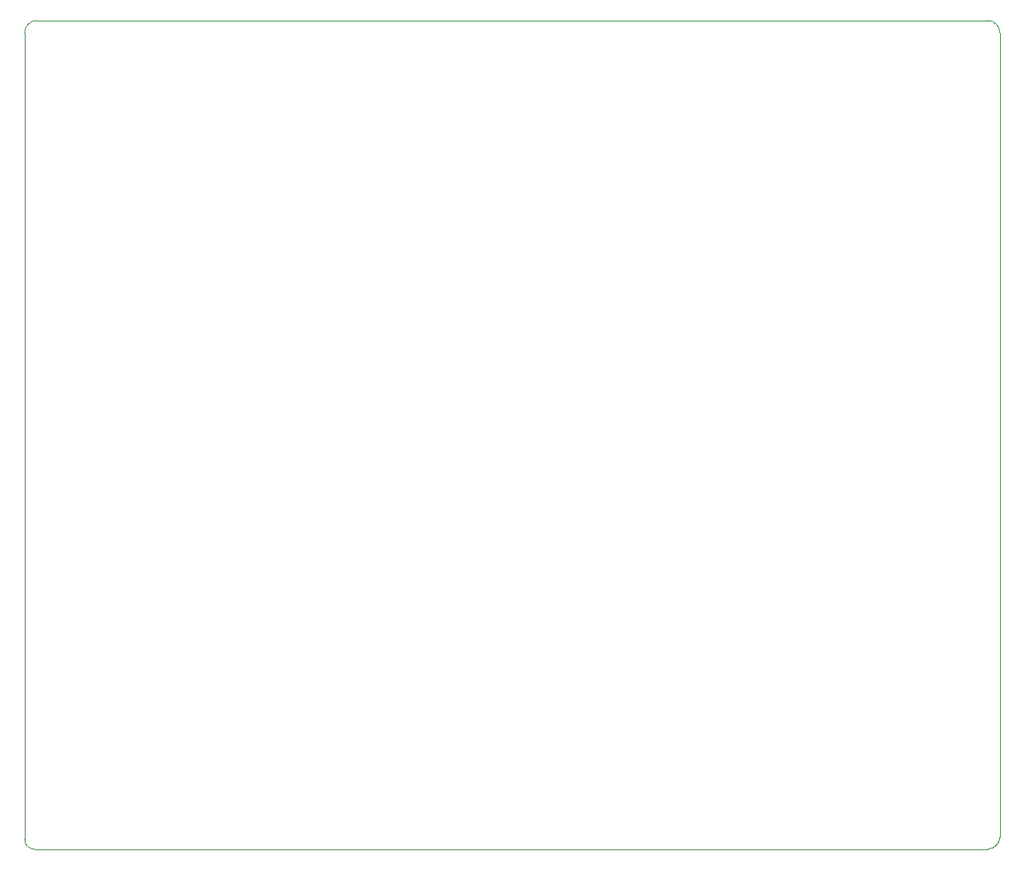
<source format=gbr>
G04*
G04 #@! TF.GenerationSoftware,Altium Limited,Altium Designer,24.0.1 (36)*
G04*
G04 Layer_Color=0*
%FSLAX44Y44*%
%MOMM*%
G71*
G04*
G04 #@! TF.SameCoordinates,8FF7991A-89D8-4168-8CAE-93076DC636D7*
G04*
G04*
G04 #@! TF.FilePolarity,Positive*
G04*
G01*
G75*
%ADD80C,0.0254*%
D80*
X10000Y0D02*
G02*
X0Y10000I0J10000D01*
G01*
Y837300D01*
D02*
G02*
X12700Y850000I12700J0D01*
G01*
X987300D01*
D02*
G02*
X1000000Y837300I0J-12700D01*
G01*
Y12700D01*
D02*
G02*
X987300Y0I-12700J0D01*
G01*
X10000D01*
M02*

</source>
